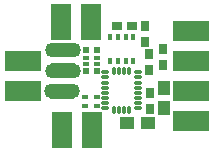
<source format=gts>
G04 DipTrace 2.4.0.2*
%INST12axis.gts*%
%MOMM*%
%ADD35O,1.185X1.23*%
%ADD44R,2.05X1.75*%
%ADD45R,0.55X0.45*%
%ADD46R,0.95X0.75*%
%ADD47R,1.15X1.05*%
%ADD48R,1.05X1.15*%
%ADD49R,0.75X0.95*%
%ADD50O,0.75X0.28*%
%ADD51O,0.28X0.75*%
%ADD52R,0.4X0.55*%
%ADD53R,1.75X2.082*%
%ADD54R,1.75X1.65*%
%ADD55R,0.55X0.3*%
%ADD56R,0.55X0.575*%
%ADD58R,2.082X1.75*%
%ADD60R,1.65X1.75*%
%FSLAX53Y53*%
G04*
G71*
G90*
G75*
G01*
%LNTopMask*%
%LPD*%
D60*
X23970Y13810D3*
Y16350D3*
D58*
X25240Y13810D3*
Y16350D3*
D60*
X11270D3*
Y13810D3*
D58*
X10000Y16350D3*
Y13810D3*
D56*
X15800Y17274D3*
D55*
Y16634D3*
Y16134D3*
D56*
Y15499D3*
X16700D3*
D55*
Y16134D3*
Y16634D3*
D56*
Y17274D3*
D54*
X16197Y18890D3*
X13657D3*
D53*
X16197Y20160D3*
X13657D3*
D54*
X16350Y11270D3*
X13810D3*
D53*
X16350Y10000D3*
X13810D3*
D52*
X19822Y18349D3*
X19172D3*
X18522D3*
X17872D3*
Y16349D3*
X18522D3*
X19172D3*
X19822D3*
D51*
X19485Y15538D3*
X19055D3*
X18625D3*
X18195D3*
D50*
X17440Y15393D3*
Y14963D3*
Y14533D3*
Y14103D3*
Y13673D3*
Y13243D3*
Y12813D3*
Y12383D3*
D51*
X18195Y12238D3*
X18625D3*
X19055D3*
X19485D3*
D50*
X20240Y12383D3*
Y12813D3*
Y13243D3*
Y13673D3*
Y14103D3*
Y14533D3*
Y14963D3*
Y15393D3*
D49*
X21116Y15633D3*
Y16933D3*
X22354Y16047D3*
Y17347D3*
X21191Y13632D3*
Y12332D3*
D48*
X22421Y14053D3*
Y12353D3*
D47*
X19317Y11129D3*
X21017D3*
D35*
X14680Y13785D3*
G36*
X14757Y14400D2*
X12757D1*
Y13170D1*
X14757D1*
Y14400D1*
G37*
D35*
X12835Y13785D3*
X14799Y15544D3*
G36*
X14877Y16159D2*
X12877D1*
Y14929D1*
X14877D1*
Y16159D1*
G37*
D35*
X12955Y15544D3*
X12919Y17291D3*
G36*
X12841Y16676D2*
X14841D1*
Y17906D1*
X12841D1*
Y16676D1*
G37*
D35*
X14763Y17291D3*
D46*
X18405Y19281D3*
X19705D3*
D49*
X20783Y17992D3*
Y19292D3*
D45*
X15710Y13274D3*
Y12574D3*
X16710D3*
Y13274D3*
D60*
X23970Y18890D3*
D44*
X25240D3*
D60*
X23970Y11270D3*
D44*
X25240D3*
M02*

</source>
